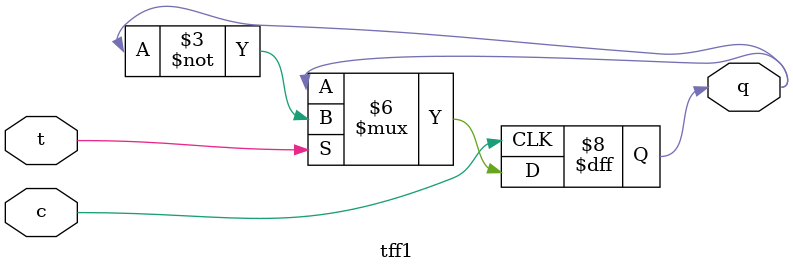
<source format=v>
module random(o,clk);
    output [15:0]o;      
	 input clk;
	 wire [15:0]t;
    assign t[0] = o[15]^o[14];
    assign t[15:1] = o[14:0];
    tff0 u1(o[0], t[0], clk);
	 genvar i;
	 generate
		for (i = 1; i < 16; i = i + 1 ) begin: random
				tff1 ui(o[i], t[i], clk);
		end
	endgenerate
endmodule

module tff0(q,t,c);
    output q;
    input t,c;
    reg q;
    initial 
     begin 
      q=1'b1;
     end
    always @ (posedge c)
    begin
        if (t==1'b0) begin q=q; end
        else begin q=~q;  end
    end
endmodule

module tff1(q,t,c);
    output q;
    input t,c;
    reg q;
    initial 
     begin 
      q=1'b0;
     end
    always @ (posedge c)
    begin
        if (t==1'b0) begin q=q; end
        else begin q=~q;  end
    end
endmodule

</source>
